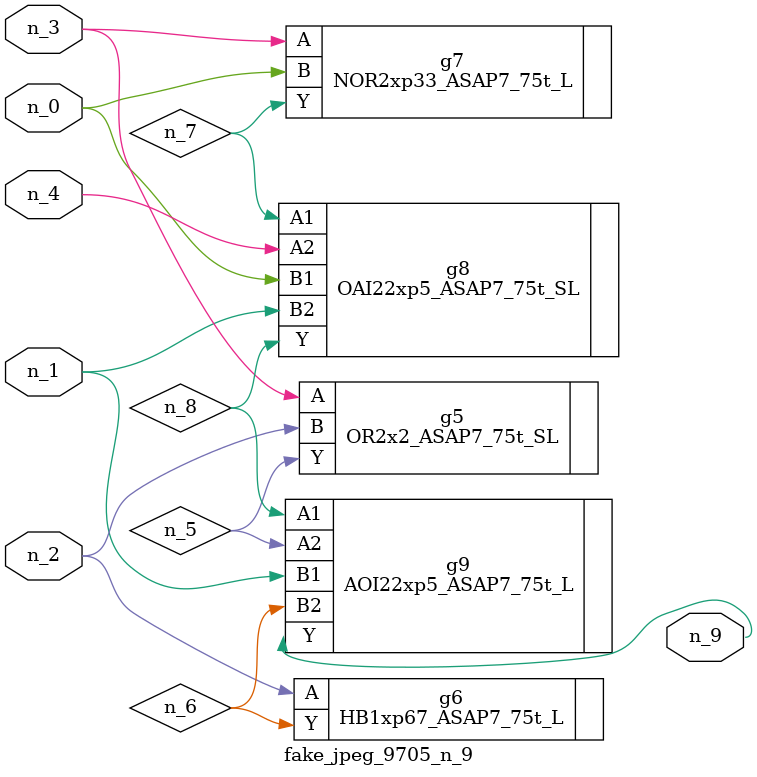
<source format=v>
module fake_jpeg_9705_n_9 (n_3, n_2, n_1, n_0, n_4, n_9);

input n_3;
input n_2;
input n_1;
input n_0;
input n_4;

output n_9;

wire n_8;
wire n_6;
wire n_5;
wire n_7;

OR2x2_ASAP7_75t_SL g5 ( 
.A(n_3),
.B(n_2),
.Y(n_5)
);

HB1xp67_ASAP7_75t_L g6 ( 
.A(n_2),
.Y(n_6)
);

NOR2xp33_ASAP7_75t_L g7 ( 
.A(n_3),
.B(n_0),
.Y(n_7)
);

OAI22xp5_ASAP7_75t_SL g8 ( 
.A1(n_7),
.A2(n_4),
.B1(n_0),
.B2(n_1),
.Y(n_8)
);

AOI22xp5_ASAP7_75t_L g9 ( 
.A1(n_8),
.A2(n_5),
.B1(n_1),
.B2(n_6),
.Y(n_9)
);


endmodule
</source>
